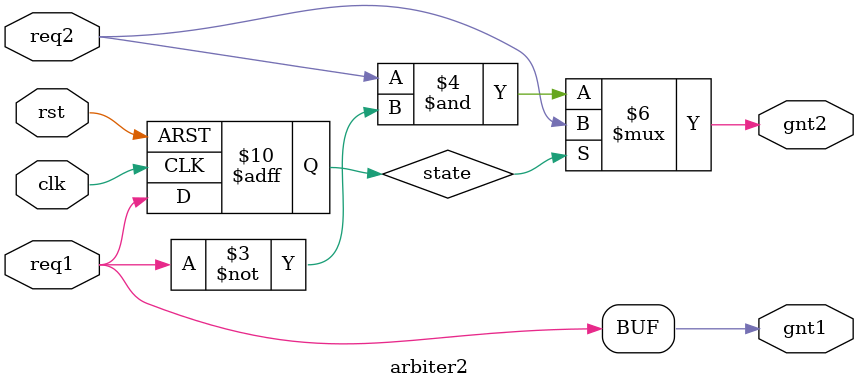
<source format=v>
module arbiter2(clk, rst, req1, req2, gnt1, gnt2); 
    input clk, rst; 
    input req1, req2; 
    output gnt1, gnt2; 
    reg state; 
    reg gnt1, gnt2; 
    always @(posedge clk or posedge rst) begin 
        if (rst) state <= 0; 
        else state <= gnt1; 
    end 
    always @(*) begin 
        if (state) begin 
            gnt1 = req1; // bug 
            // gnt1 = req1 & ~req2; // golden 
            gnt2 = req2;
        end 
        else begin 
            gnt1 = req1; 
            gnt2 = req2 & ~req1; 
        end 
    end 
endmodule 
</source>
